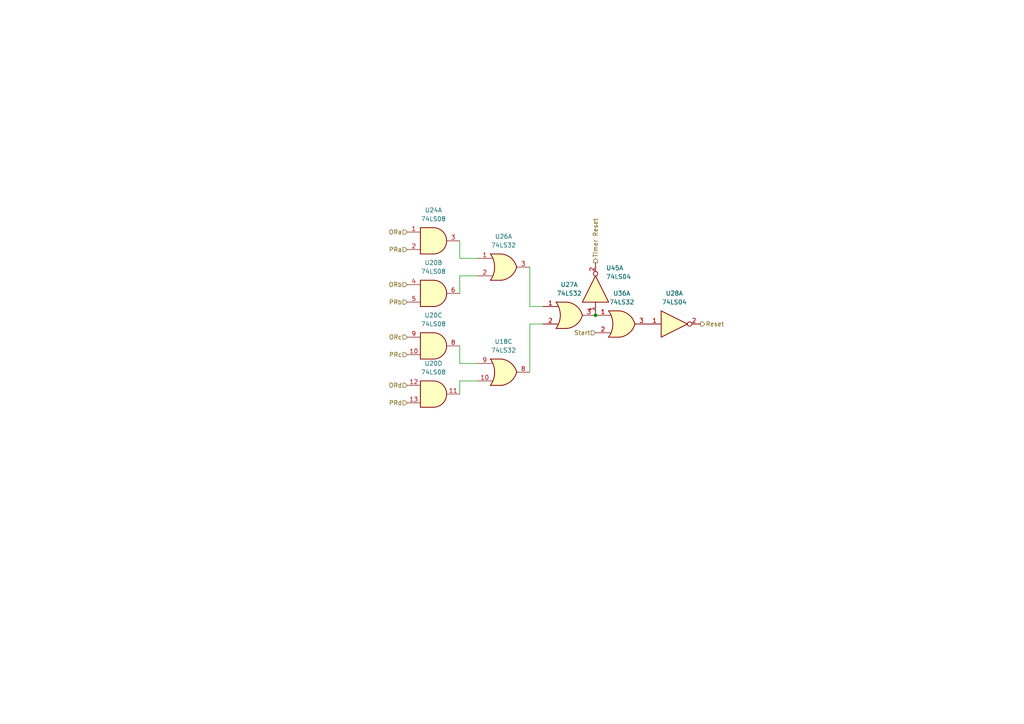
<source format=kicad_sch>
(kicad_sch
	(version 20250114)
	(generator "eeschema")
	(generator_version "9.0")
	(uuid "be20c314-115c-4a77-bfbd-396ea6389192")
	(paper "A4")
	(lib_symbols
		(symbol "74xx:74LS04"
			(exclude_from_sim no)
			(in_bom yes)
			(on_board yes)
			(property "Reference" "U"
				(at 0 1.27 0)
				(effects
					(font
						(size 1.27 1.27)
					)
				)
			)
			(property "Value" "74LS04"
				(at 0 -1.27 0)
				(effects
					(font
						(size 1.27 1.27)
					)
				)
			)
			(property "Footprint" ""
				(at 0 0 0)
				(effects
					(font
						(size 1.27 1.27)
					)
					(hide yes)
				)
			)
			(property "Datasheet" "http://www.ti.com/lit/gpn/sn74LS04"
				(at 0 0 0)
				(effects
					(font
						(size 1.27 1.27)
					)
					(hide yes)
				)
			)
			(property "Description" "Hex Inverter"
				(at 0 0 0)
				(effects
					(font
						(size 1.27 1.27)
					)
					(hide yes)
				)
			)
			(property "ki_locked" ""
				(at 0 0 0)
				(effects
					(font
						(size 1.27 1.27)
					)
				)
			)
			(property "ki_keywords" "TTL not inv"
				(at 0 0 0)
				(effects
					(font
						(size 1.27 1.27)
					)
					(hide yes)
				)
			)
			(property "ki_fp_filters" "DIP*W7.62mm* SSOP?14* TSSOP?14*"
				(at 0 0 0)
				(effects
					(font
						(size 1.27 1.27)
					)
					(hide yes)
				)
			)
			(symbol "74LS04_1_0"
				(polyline
					(pts
						(xy -3.81 3.81) (xy -3.81 -3.81) (xy 3.81 0) (xy -3.81 3.81)
					)
					(stroke
						(width 0.254)
						(type default)
					)
					(fill
						(type background)
					)
				)
				(pin input line
					(at -7.62 0 0)
					(length 3.81)
					(name "~"
						(effects
							(font
								(size 1.27 1.27)
							)
						)
					)
					(number "1"
						(effects
							(font
								(size 1.27 1.27)
							)
						)
					)
				)
				(pin output inverted
					(at 7.62 0 180)
					(length 3.81)
					(name "~"
						(effects
							(font
								(size 1.27 1.27)
							)
						)
					)
					(number "2"
						(effects
							(font
								(size 1.27 1.27)
							)
						)
					)
				)
			)
			(symbol "74LS04_2_0"
				(polyline
					(pts
						(xy -3.81 3.81) (xy -3.81 -3.81) (xy 3.81 0) (xy -3.81 3.81)
					)
					(stroke
						(width 0.254)
						(type default)
					)
					(fill
						(type background)
					)
				)
				(pin input line
					(at -7.62 0 0)
					(length 3.81)
					(name "~"
						(effects
							(font
								(size 1.27 1.27)
							)
						)
					)
					(number "3"
						(effects
							(font
								(size 1.27 1.27)
							)
						)
					)
				)
				(pin output inverted
					(at 7.62 0 180)
					(length 3.81)
					(name "~"
						(effects
							(font
								(size 1.27 1.27)
							)
						)
					)
					(number "4"
						(effects
							(font
								(size 1.27 1.27)
							)
						)
					)
				)
			)
			(symbol "74LS04_3_0"
				(polyline
					(pts
						(xy -3.81 3.81) (xy -3.81 -3.81) (xy 3.81 0) (xy -3.81 3.81)
					)
					(stroke
						(width 0.254)
						(type default)
					)
					(fill
						(type background)
					)
				)
				(pin input line
					(at -7.62 0 0)
					(length 3.81)
					(name "~"
						(effects
							(font
								(size 1.27 1.27)
							)
						)
					)
					(number "5"
						(effects
							(font
								(size 1.27 1.27)
							)
						)
					)
				)
				(pin output inverted
					(at 7.62 0 180)
					(length 3.81)
					(name "~"
						(effects
							(font
								(size 1.27 1.27)
							)
						)
					)
					(number "6"
						(effects
							(font
								(size 1.27 1.27)
							)
						)
					)
				)
			)
			(symbol "74LS04_4_0"
				(polyline
					(pts
						(xy -3.81 3.81) (xy -3.81 -3.81) (xy 3.81 0) (xy -3.81 3.81)
					)
					(stroke
						(width 0.254)
						(type default)
					)
					(fill
						(type background)
					)
				)
				(pin input line
					(at -7.62 0 0)
					(length 3.81)
					(name "~"
						(effects
							(font
								(size 1.27 1.27)
							)
						)
					)
					(number "9"
						(effects
							(font
								(size 1.27 1.27)
							)
						)
					)
				)
				(pin output inverted
					(at 7.62 0 180)
					(length 3.81)
					(name "~"
						(effects
							(font
								(size 1.27 1.27)
							)
						)
					)
					(number "8"
						(effects
							(font
								(size 1.27 1.27)
							)
						)
					)
				)
			)
			(symbol "74LS04_5_0"
				(polyline
					(pts
						(xy -3.81 3.81) (xy -3.81 -3.81) (xy 3.81 0) (xy -3.81 3.81)
					)
					(stroke
						(width 0.254)
						(type default)
					)
					(fill
						(type background)
					)
				)
				(pin input line
					(at -7.62 0 0)
					(length 3.81)
					(name "~"
						(effects
							(font
								(size 1.27 1.27)
							)
						)
					)
					(number "11"
						(effects
							(font
								(size 1.27 1.27)
							)
						)
					)
				)
				(pin output inverted
					(at 7.62 0 180)
					(length 3.81)
					(name "~"
						(effects
							(font
								(size 1.27 1.27)
							)
						)
					)
					(number "10"
						(effects
							(font
								(size 1.27 1.27)
							)
						)
					)
				)
			)
			(symbol "74LS04_6_0"
				(polyline
					(pts
						(xy -3.81 3.81) (xy -3.81 -3.81) (xy 3.81 0) (xy -3.81 3.81)
					)
					(stroke
						(width 0.254)
						(type default)
					)
					(fill
						(type background)
					)
				)
				(pin input line
					(at -7.62 0 0)
					(length 3.81)
					(name "~"
						(effects
							(font
								(size 1.27 1.27)
							)
						)
					)
					(number "13"
						(effects
							(font
								(size 1.27 1.27)
							)
						)
					)
				)
				(pin output inverted
					(at 7.62 0 180)
					(length 3.81)
					(name "~"
						(effects
							(font
								(size 1.27 1.27)
							)
						)
					)
					(number "12"
						(effects
							(font
								(size 1.27 1.27)
							)
						)
					)
				)
			)
			(symbol "74LS04_7_0"
				(pin power_in line
					(at 0 12.7 270)
					(length 5.08)
					(name "VCC"
						(effects
							(font
								(size 1.27 1.27)
							)
						)
					)
					(number "14"
						(effects
							(font
								(size 1.27 1.27)
							)
						)
					)
				)
				(pin power_in line
					(at 0 -12.7 90)
					(length 5.08)
					(name "GND"
						(effects
							(font
								(size 1.27 1.27)
							)
						)
					)
					(number "7"
						(effects
							(font
								(size 1.27 1.27)
							)
						)
					)
				)
			)
			(symbol "74LS04_7_1"
				(rectangle
					(start -5.08 7.62)
					(end 5.08 -7.62)
					(stroke
						(width 0.254)
						(type default)
					)
					(fill
						(type background)
					)
				)
			)
			(embedded_fonts no)
		)
		(symbol "74xx:74LS08"
			(pin_names
				(offset 1.016)
			)
			(exclude_from_sim no)
			(in_bom yes)
			(on_board yes)
			(property "Reference" "U"
				(at 0 1.27 0)
				(effects
					(font
						(size 1.27 1.27)
					)
				)
			)
			(property "Value" "74LS08"
				(at 0 -1.27 0)
				(effects
					(font
						(size 1.27 1.27)
					)
				)
			)
			(property "Footprint" ""
				(at 0 0 0)
				(effects
					(font
						(size 1.27 1.27)
					)
					(hide yes)
				)
			)
			(property "Datasheet" "http://www.ti.com/lit/gpn/sn74LS08"
				(at 0 0 0)
				(effects
					(font
						(size 1.27 1.27)
					)
					(hide yes)
				)
			)
			(property "Description" "Quad And2"
				(at 0 0 0)
				(effects
					(font
						(size 1.27 1.27)
					)
					(hide yes)
				)
			)
			(property "ki_locked" ""
				(at 0 0 0)
				(effects
					(font
						(size 1.27 1.27)
					)
				)
			)
			(property "ki_keywords" "TTL and2"
				(at 0 0 0)
				(effects
					(font
						(size 1.27 1.27)
					)
					(hide yes)
				)
			)
			(property "ki_fp_filters" "DIP*W7.62mm*"
				(at 0 0 0)
				(effects
					(font
						(size 1.27 1.27)
					)
					(hide yes)
				)
			)
			(symbol "74LS08_1_1"
				(arc
					(start 0 3.81)
					(mid 3.7934 0)
					(end 0 -3.81)
					(stroke
						(width 0.254)
						(type default)
					)
					(fill
						(type background)
					)
				)
				(polyline
					(pts
						(xy 0 3.81) (xy -3.81 3.81) (xy -3.81 -3.81) (xy 0 -3.81)
					)
					(stroke
						(width 0.254)
						(type default)
					)
					(fill
						(type background)
					)
				)
				(pin input line
					(at -7.62 2.54 0)
					(length 3.81)
					(name "~"
						(effects
							(font
								(size 1.27 1.27)
							)
						)
					)
					(number "1"
						(effects
							(font
								(size 1.27 1.27)
							)
						)
					)
				)
				(pin input line
					(at -7.62 -2.54 0)
					(length 3.81)
					(name "~"
						(effects
							(font
								(size 1.27 1.27)
							)
						)
					)
					(number "2"
						(effects
							(font
								(size 1.27 1.27)
							)
						)
					)
				)
				(pin output line
					(at 7.62 0 180)
					(length 3.81)
					(name "~"
						(effects
							(font
								(size 1.27 1.27)
							)
						)
					)
					(number "3"
						(effects
							(font
								(size 1.27 1.27)
							)
						)
					)
				)
			)
			(symbol "74LS08_1_2"
				(arc
					(start -3.81 3.81)
					(mid -2.589 0)
					(end -3.81 -3.81)
					(stroke
						(width 0.254)
						(type default)
					)
					(fill
						(type none)
					)
				)
				(polyline
					(pts
						(xy -3.81 3.81) (xy -0.635 3.81)
					)
					(stroke
						(width 0.254)
						(type default)
					)
					(fill
						(type background)
					)
				)
				(polyline
					(pts
						(xy -3.81 -3.81) (xy -0.635 -3.81)
					)
					(stroke
						(width 0.254)
						(type default)
					)
					(fill
						(type background)
					)
				)
				(arc
					(start 3.81 0)
					(mid 2.1855 -2.584)
					(end -0.6096 -3.81)
					(stroke
						(width 0.254)
						(type default)
					)
					(fill
						(type background)
					)
				)
				(arc
					(start -0.6096 3.81)
					(mid 2.1928 2.5924)
					(end 3.81 0)
					(stroke
						(width 0.254)
						(type default)
					)
					(fill
						(type background)
					)
				)
				(polyline
					(pts
						(xy -0.635 3.81) (xy -3.81 3.81) (xy -3.81 3.81) (xy -3.556 3.4036) (xy -3.0226 2.2606) (xy -2.6924 1.0414)
						(xy -2.6162 -0.254) (xy -2.7686 -1.4986) (xy -3.175 -2.7178) (xy -3.81 -3.81) (xy -3.81 -3.81)
						(xy -0.635 -3.81)
					)
					(stroke
						(width -25.4)
						(type default)
					)
					(fill
						(type background)
					)
				)
				(pin input inverted
					(at -7.62 2.54 0)
					(length 4.318)
					(name "~"
						(effects
							(font
								(size 1.27 1.27)
							)
						)
					)
					(number "1"
						(effects
							(font
								(size 1.27 1.27)
							)
						)
					)
				)
				(pin input inverted
					(at -7.62 -2.54 0)
					(length 4.318)
					(name "~"
						(effects
							(font
								(size 1.27 1.27)
							)
						)
					)
					(number "2"
						(effects
							(font
								(size 1.27 1.27)
							)
						)
					)
				)
				(pin output inverted
					(at 7.62 0 180)
					(length 3.81)
					(name "~"
						(effects
							(font
								(size 1.27 1.27)
							)
						)
					)
					(number "3"
						(effects
							(font
								(size 1.27 1.27)
							)
						)
					)
				)
			)
			(symbol "74LS08_2_1"
				(arc
					(start 0 3.81)
					(mid 3.7934 0)
					(end 0 -3.81)
					(stroke
						(width 0.254)
						(type default)
					)
					(fill
						(type background)
					)
				)
				(polyline
					(pts
						(xy 0 3.81) (xy -3.81 3.81) (xy -3.81 -3.81) (xy 0 -3.81)
					)
					(stroke
						(width 0.254)
						(type default)
					)
					(fill
						(type background)
					)
				)
				(pin input line
					(at -7.62 2.54 0)
					(length 3.81)
					(name "~"
						(effects
							(font
								(size 1.27 1.27)
							)
						)
					)
					(number "4"
						(effects
							(font
								(size 1.27 1.27)
							)
						)
					)
				)
				(pin input line
					(at -7.62 -2.54 0)
					(length 3.81)
					(name "~"
						(effects
							(font
								(size 1.27 1.27)
							)
						)
					)
					(number "5"
						(effects
							(font
								(size 1.27 1.27)
							)
						)
					)
				)
				(pin output line
					(at 7.62 0 180)
					(length 3.81)
					(name "~"
						(effects
							(font
								(size 1.27 1.27)
							)
						)
					)
					(number "6"
						(effects
							(font
								(size 1.27 1.27)
							)
						)
					)
				)
			)
			(symbol "74LS08_2_2"
				(arc
					(start -3.81 3.81)
					(mid -2.589 0)
					(end -3.81 -3.81)
					(stroke
						(width 0.254)
						(type default)
					)
					(fill
						(type none)
					)
				)
				(polyline
					(pts
						(xy -3.81 3.81) (xy -0.635 3.81)
					)
					(stroke
						(width 0.254)
						(type default)
					)
					(fill
						(type background)
					)
				)
				(polyline
					(pts
						(xy -3.81 -3.81) (xy -0.635 -3.81)
					)
					(stroke
						(width 0.254)
						(type default)
					)
					(fill
						(type background)
					)
				)
				(arc
					(start 3.81 0)
					(mid 2.1855 -2.584)
					(end -0.6096 -3.81)
					(stroke
						(width 0.254)
						(type default)
					)
					(fill
						(type background)
					)
				)
				(arc
					(start -0.6096 3.81)
					(mid 2.1928 2.5924)
					(end 3.81 0)
					(stroke
						(width 0.254)
						(type default)
					)
					(fill
						(type background)
					)
				)
				(polyline
					(pts
						(xy -0.635 3.81) (xy -3.81 3.81) (xy -3.81 3.81) (xy -3.556 3.4036) (xy -3.0226 2.2606) (xy -2.6924 1.0414)
						(xy -2.6162 -0.254) (xy -2.7686 -1.4986) (xy -3.175 -2.7178) (xy -3.81 -3.81) (xy -3.81 -3.81)
						(xy -0.635 -3.81)
					)
					(stroke
						(width -25.4)
						(type default)
					)
					(fill
						(type background)
					)
				)
				(pin input inverted
					(at -7.62 2.54 0)
					(length 4.318)
					(name "~"
						(effects
							(font
								(size 1.27 1.27)
							)
						)
					)
					(number "4"
						(effects
							(font
								(size 1.27 1.27)
							)
						)
					)
				)
				(pin input inverted
					(at -7.62 -2.54 0)
					(length 4.318)
					(name "~"
						(effects
							(font
								(size 1.27 1.27)
							)
						)
					)
					(number "5"
						(effects
							(font
								(size 1.27 1.27)
							)
						)
					)
				)
				(pin output inverted
					(at 7.62 0 180)
					(length 3.81)
					(name "~"
						(effects
							(font
								(size 1.27 1.27)
							)
						)
					)
					(number "6"
						(effects
							(font
								(size 1.27 1.27)
							)
						)
					)
				)
			)
			(symbol "74LS08_3_1"
				(arc
					(start 0 3.81)
					(mid 3.7934 0)
					(end 0 -3.81)
					(stroke
						(width 0.254)
						(type default)
					)
					(fill
						(type background)
					)
				)
				(polyline
					(pts
						(xy 0 3.81) (xy -3.81 3.81) (xy -3.81 -3.81) (xy 0 -3.81)
					)
					(stroke
						(width 0.254)
						(type default)
					)
					(fill
						(type background)
					)
				)
				(pin input line
					(at -7.62 2.54 0)
					(length 3.81)
					(name "~"
						(effects
							(font
								(size 1.27 1.27)
							)
						)
					)
					(number "9"
						(effects
							(font
								(size 1.27 1.27)
							)
						)
					)
				)
				(pin input line
					(at -7.62 -2.54 0)
					(length 3.81)
					(name "~"
						(effects
							(font
								(size 1.27 1.27)
							)
						)
					)
					(number "10"
						(effects
							(font
								(size 1.27 1.27)
							)
						)
					)
				)
				(pin output line
					(at 7.62 0 180)
					(length 3.81)
					(name "~"
						(effects
							(font
								(size 1.27 1.27)
							)
						)
					)
					(number "8"
						(effects
							(font
								(size 1.27 1.27)
							)
						)
					)
				)
			)
			(symbol "74LS08_3_2"
				(arc
					(start -3.81 3.81)
					(mid -2.589 0)
					(end -3.81 -3.81)
					(stroke
						(width 0.254)
						(type default)
					)
					(fill
						(type none)
					)
				)
				(polyline
					(pts
						(xy -3.81 3.81) (xy -0.635 3.81)
					)
					(stroke
						(width 0.254)
						(type default)
					)
					(fill
						(type background)
					)
				)
				(polyline
					(pts
						(xy -3.81 -3.81) (xy -0.635 -3.81)
					)
					(stroke
						(width 0.254)
						(type default)
					)
					(fill
						(type background)
					)
				)
				(arc
					(start 3.81 0)
					(mid 2.1855 -2.584)
					(end -0.6096 -3.81)
					(stroke
						(width 0.254)
						(type default)
					)
					(fill
						(type background)
					)
				)
				(arc
					(start -0.6096 3.81)
					(mid 2.1928 2.5924)
					(end 3.81 0)
					(stroke
						(width 0.254)
						(type default)
					)
					(fill
						(type background)
					)
				)
				(polyline
					(pts
						(xy -0.635 3.81) (xy -3.81 3.81) (xy -3.81 3.81) (xy -3.556 3.4036) (xy -3.0226 2.2606) (xy -2.6924 1.0414)
						(xy -2.6162 -0.254) (xy -2.7686 -1.4986) (xy -3.175 -2.7178) (xy -3.81 -3.81) (xy -3.81 -3.81)
						(xy -0.635 -3.81)
					)
					(stroke
						(width -25.4)
						(type default)
					)
					(fill
						(type background)
					)
				)
				(pin input inverted
					(at -7.62 2.54 0)
					(length 4.318)
					(name "~"
						(effects
							(font
								(size 1.27 1.27)
							)
						)
					)
					(number "9"
						(effects
							(font
								(size 1.27 1.27)
							)
						)
					)
				)
				(pin input inverted
					(at -7.62 -2.54 0)
					(length 4.318)
					(name "~"
						(effects
							(font
								(size 1.27 1.27)
							)
						)
					)
					(number "10"
						(effects
							(font
								(size 1.27 1.27)
							)
						)
					)
				)
				(pin output inverted
					(at 7.62 0 180)
					(length 3.81)
					(name "~"
						(effects
							(font
								(size 1.27 1.27)
							)
						)
					)
					(number "8"
						(effects
							(font
								(size 1.27 1.27)
							)
						)
					)
				)
			)
			(symbol "74LS08_4_1"
				(arc
					(start 0 3.81)
					(mid 3.7934 0)
					(end 0 -3.81)
					(stroke
						(width 0.254)
						(type default)
					)
					(fill
						(type background)
					)
				)
				(polyline
					(pts
						(xy 0 3.81) (xy -3.81 3.81) (xy -3.81 -3.81) (xy 0 -3.81)
					)
					(stroke
						(width 0.254)
						(type default)
					)
					(fill
						(type background)
					)
				)
				(pin input line
					(at -7.62 2.54 0)
					(length 3.81)
					(name "~"
						(effects
							(font
								(size 1.27 1.27)
							)
						)
					)
					(number "12"
						(effects
							(font
								(size 1.27 1.27)
							)
						)
					)
				)
				(pin input line
					(at -7.62 -2.54 0)
					(length 3.81)
					(name "~"
						(effects
							(font
								(size 1.27 1.27)
							)
						)
					)
					(number "13"
						(effects
							(font
								(size 1.27 1.27)
							)
						)
					)
				)
				(pin output line
					(at 7.62 0 180)
					(length 3.81)
					(name "~"
						(effects
							(font
								(size 1.27 1.27)
							)
						)
					)
					(number "11"
						(effects
							(font
								(size 1.27 1.27)
							)
						)
					)
				)
			)
			(symbol "74LS08_4_2"
				(arc
					(start -3.81 3.81)
					(mid -2.589 0)
					(end -3.81 -3.81)
					(stroke
						(width 0.254)
						(type default)
					)
					(fill
						(type none)
					)
				)
				(polyline
					(pts
						(xy -3.81 3.81) (xy -0.635 3.81)
					)
					(stroke
						(width 0.254)
						(type default)
					)
					(fill
						(type background)
					)
				)
				(polyline
					(pts
						(xy -3.81 -3.81) (xy -0.635 -3.81)
					)
					(stroke
						(width 0.254)
						(type default)
					)
					(fill
						(type background)
					)
				)
				(arc
					(start 3.81 0)
					(mid 2.1855 -2.584)
					(end -0.6096 -3.81)
					(stroke
						(width 0.254)
						(type default)
					)
					(fill
						(type background)
					)
				)
				(arc
					(start -0.6096 3.81)
					(mid 2.1928 2.5924)
					(end 3.81 0)
					(stroke
						(width 0.254)
						(type default)
					)
					(fill
						(type background)
					)
				)
				(polyline
					(pts
						(xy -0.635 3.81) (xy -3.81 3.81) (xy -3.81 3.81) (xy -3.556 3.4036) (xy -3.0226 2.2606) (xy -2.6924 1.0414)
						(xy -2.6162 -0.254) (xy -2.7686 -1.4986) (xy -3.175 -2.7178) (xy -3.81 -3.81) (xy -3.81 -3.81)
						(xy -0.635 -3.81)
					)
					(stroke
						(width -25.4)
						(type default)
					)
					(fill
						(type background)
					)
				)
				(pin input inverted
					(at -7.62 2.54 0)
					(length 4.318)
					(name "~"
						(effects
							(font
								(size 1.27 1.27)
							)
						)
					)
					(number "12"
						(effects
							(font
								(size 1.27 1.27)
							)
						)
					)
				)
				(pin input inverted
					(at -7.62 -2.54 0)
					(length 4.318)
					(name "~"
						(effects
							(font
								(size 1.27 1.27)
							)
						)
					)
					(number "13"
						(effects
							(font
								(size 1.27 1.27)
							)
						)
					)
				)
				(pin output inverted
					(at 7.62 0 180)
					(length 3.81)
					(name "~"
						(effects
							(font
								(size 1.27 1.27)
							)
						)
					)
					(number "11"
						(effects
							(font
								(size 1.27 1.27)
							)
						)
					)
				)
			)
			(symbol "74LS08_5_0"
				(pin power_in line
					(at 0 12.7 270)
					(length 5.08)
					(name "VCC"
						(effects
							(font
								(size 1.27 1.27)
							)
						)
					)
					(number "14"
						(effects
							(font
								(size 1.27 1.27)
							)
						)
					)
				)
				(pin power_in line
					(at 0 -12.7 90)
					(length 5.08)
					(name "GND"
						(effects
							(font
								(size 1.27 1.27)
							)
						)
					)
					(number "7"
						(effects
							(font
								(size 1.27 1.27)
							)
						)
					)
				)
			)
			(symbol "74LS08_5_1"
				(rectangle
					(start -5.08 7.62)
					(end 5.08 -7.62)
					(stroke
						(width 0.254)
						(type default)
					)
					(fill
						(type background)
					)
				)
			)
			(embedded_fonts no)
		)
		(symbol "74xx:74LS32"
			(pin_names
				(offset 1.016)
			)
			(exclude_from_sim no)
			(in_bom yes)
			(on_board yes)
			(property "Reference" "U"
				(at 0 1.27 0)
				(effects
					(font
						(size 1.27 1.27)
					)
				)
			)
			(property "Value" "74LS32"
				(at 0 -1.27 0)
				(effects
					(font
						(size 1.27 1.27)
					)
				)
			)
			(property "Footprint" ""
				(at 0 0 0)
				(effects
					(font
						(size 1.27 1.27)
					)
					(hide yes)
				)
			)
			(property "Datasheet" "http://www.ti.com/lit/gpn/sn74LS32"
				(at 0 0 0)
				(effects
					(font
						(size 1.27 1.27)
					)
					(hide yes)
				)
			)
			(property "Description" "Quad 2-input OR"
				(at 0 0 0)
				(effects
					(font
						(size 1.27 1.27)
					)
					(hide yes)
				)
			)
			(property "ki_locked" ""
				(at 0 0 0)
				(effects
					(font
						(size 1.27 1.27)
					)
				)
			)
			(property "ki_keywords" "TTL Or2"
				(at 0 0 0)
				(effects
					(font
						(size 1.27 1.27)
					)
					(hide yes)
				)
			)
			(property "ki_fp_filters" "DIP?14*"
				(at 0 0 0)
				(effects
					(font
						(size 1.27 1.27)
					)
					(hide yes)
				)
			)
			(symbol "74LS32_1_1"
				(arc
					(start -3.81 3.81)
					(mid -2.589 0)
					(end -3.81 -3.81)
					(stroke
						(width 0.254)
						(type default)
					)
					(fill
						(type none)
					)
				)
				(polyline
					(pts
						(xy -3.81 3.81) (xy -0.635 3.81)
					)
					(stroke
						(width 0.254)
						(type default)
					)
					(fill
						(type background)
					)
				)
				(polyline
					(pts
						(xy -3.81 -3.81) (xy -0.635 -3.81)
					)
					(stroke
						(width 0.254)
						(type default)
					)
					(fill
						(type background)
					)
				)
				(arc
					(start 3.81 0)
					(mid 2.1855 -2.584)
					(end -0.6096 -3.81)
					(stroke
						(width 0.254)
						(type default)
					)
					(fill
						(type background)
					)
				)
				(arc
					(start -0.6096 3.81)
					(mid 2.1928 2.5924)
					(end 3.81 0)
					(stroke
						(width 0.254)
						(type default)
					)
					(fill
						(type background)
					)
				)
				(polyline
					(pts
						(xy -0.635 3.81) (xy -3.81 3.81) (xy -3.81 3.81) (xy -3.556 3.4036) (xy -3.0226 2.2606) (xy -2.6924 1.0414)
						(xy -2.6162 -0.254) (xy -2.7686 -1.4986) (xy -3.175 -2.7178) (xy -3.81 -3.81) (xy -3.81 -3.81)
						(xy -0.635 -3.81)
					)
					(stroke
						(width -25.4)
						(type default)
					)
					(fill
						(type background)
					)
				)
				(pin input line
					(at -7.62 2.54 0)
					(length 4.318)
					(name "~"
						(effects
							(font
								(size 1.27 1.27)
							)
						)
					)
					(number "1"
						(effects
							(font
								(size 1.27 1.27)
							)
						)
					)
				)
				(pin input line
					(at -7.62 -2.54 0)
					(length 4.318)
					(name "~"
						(effects
							(font
								(size 1.27 1.27)
							)
						)
					)
					(number "2"
						(effects
							(font
								(size 1.27 1.27)
							)
						)
					)
				)
				(pin output line
					(at 7.62 0 180)
					(length 3.81)
					(name "~"
						(effects
							(font
								(size 1.27 1.27)
							)
						)
					)
					(number "3"
						(effects
							(font
								(size 1.27 1.27)
							)
						)
					)
				)
			)
			(symbol "74LS32_1_2"
				(arc
					(start 0 3.81)
					(mid 3.7934 0)
					(end 0 -3.81)
					(stroke
						(width 0.254)
						(type default)
					)
					(fill
						(type background)
					)
				)
				(polyline
					(pts
						(xy 0 3.81) (xy -3.81 3.81) (xy -3.81 -3.81) (xy 0 -3.81)
					)
					(stroke
						(width 0.254)
						(type default)
					)
					(fill
						(type background)
					)
				)
				(pin input inverted
					(at -7.62 2.54 0)
					(length 3.81)
					(name "~"
						(effects
							(font
								(size 1.27 1.27)
							)
						)
					)
					(number "1"
						(effects
							(font
								(size 1.27 1.27)
							)
						)
					)
				)
				(pin input inverted
					(at -7.62 -2.54 0)
					(length 3.81)
					(name "~"
						(effects
							(font
								(size 1.27 1.27)
							)
						)
					)
					(number "2"
						(effects
							(font
								(size 1.27 1.27)
							)
						)
					)
				)
				(pin output inverted
					(at 7.62 0 180)
					(length 3.81)
					(name "~"
						(effects
							(font
								(size 1.27 1.27)
							)
						)
					)
					(number "3"
						(effects
							(font
								(size 1.27 1.27)
							)
						)
					)
				)
			)
			(symbol "74LS32_2_1"
				(arc
					(start -3.81 3.81)
					(mid -2.589 0)
					(end -3.81 -3.81)
					(stroke
						(width 0.254)
						(type default)
					)
					(fill
						(type none)
					)
				)
				(polyline
					(pts
						(xy -3.81 3.81) (xy -0.635 3.81)
					)
					(stroke
						(width 0.254)
						(type default)
					)
					(fill
						(type background)
					)
				)
				(polyline
					(pts
						(xy -3.81 -3.81) (xy -0.635 -3.81)
					)
					(stroke
						(width 0.254)
						(type default)
					)
					(fill
						(type background)
					)
				)
				(arc
					(start 3.81 0)
					(mid 2.1855 -2.584)
					(end -0.6096 -3.81)
					(stroke
						(width 0.254)
						(type default)
					)
					(fill
						(type background)
					)
				)
				(arc
					(start -0.6096 3.81)
					(mid 2.1928 2.5924)
					(end 3.81 0)
					(stroke
						(width 0.254)
						(type default)
					)
					(fill
						(type background)
					)
				)
				(polyline
					(pts
						(xy -0.635 3.81) (xy -3.81 3.81) (xy -3.81 3.81) (xy -3.556 3.4036) (xy -3.0226 2.2606) (xy -2.6924 1.0414)
						(xy -2.6162 -0.254) (xy -2.7686 -1.4986) (xy -3.175 -2.7178) (xy -3.81 -3.81) (xy -3.81 -3.81)
						(xy -0.635 -3.81)
					)
					(stroke
						(width -25.4)
						(type default)
					)
					(fill
						(type background)
					)
				)
				(pin input line
					(at -7.62 2.54 0)
					(length 4.318)
					(name "~"
						(effects
							(font
								(size 1.27 1.27)
							)
						)
					)
					(number "4"
						(effects
							(font
								(size 1.27 1.27)
							)
						)
					)
				)
				(pin input line
					(at -7.62 -2.54 0)
					(length 4.318)
					(name "~"
						(effects
							(font
								(size 1.27 1.27)
							)
						)
					)
					(number "5"
						(effects
							(font
								(size 1.27 1.27)
							)
						)
					)
				)
				(pin output line
					(at 7.62 0 180)
					(length 3.81)
					(name "~"
						(effects
							(font
								(size 1.27 1.27)
							)
						)
					)
					(number "6"
						(effects
							(font
								(size 1.27 1.27)
							)
						)
					)
				)
			)
			(symbol "74LS32_2_2"
				(arc
					(start 0 3.81)
					(mid 3.7934 0)
					(end 0 -3.81)
					(stroke
						(width 0.254)
						(type default)
					)
					(fill
						(type background)
					)
				)
				(polyline
					(pts
						(xy 0 3.81) (xy -3.81 3.81) (xy -3.81 -3.81) (xy 0 -3.81)
					)
					(stroke
						(width 0.254)
						(type default)
					)
					(fill
						(type background)
					)
				)
				(pin input inverted
					(at -7.62 2.54 0)
					(length 3.81)
					(name "~"
						(effects
							(font
								(size 1.27 1.27)
							)
						)
					)
					(number "4"
						(effects
							(font
								(size 1.27 1.27)
							)
						)
					)
				)
				(pin input inverted
					(at -7.62 -2.54 0)
					(length 3.81)
					(name "~"
						(effects
							(font
								(size 1.27 1.27)
							)
						)
					)
					(number "5"
						(effects
							(font
								(size 1.27 1.27)
							)
						)
					)
				)
				(pin output inverted
					(at 7.62 0 180)
					(length 3.81)
					(name "~"
						(effects
							(font
								(size 1.27 1.27)
							)
						)
					)
					(number "6"
						(effects
							(font
								(size 1.27 1.27)
							)
						)
					)
				)
			)
			(symbol "74LS32_3_1"
				(arc
					(start -3.81 3.81)
					(mid -2.589 0)
					(end -3.81 -3.81)
					(stroke
						(width 0.254)
						(type default)
					)
					(fill
						(type none)
					)
				)
				(polyline
					(pts
						(xy -3.81 3.81) (xy -0.635 3.81)
					)
					(stroke
						(width 0.254)
						(type default)
					)
					(fill
						(type background)
					)
				)
				(polyline
					(pts
						(xy -3.81 -3.81) (xy -0.635 -3.81)
					)
					(stroke
						(width 0.254)
						(type default)
					)
					(fill
						(type background)
					)
				)
				(arc
					(start 3.81 0)
					(mid 2.1855 -2.584)
					(end -0.6096 -3.81)
					(stroke
						(width 0.254)
						(type default)
					)
					(fill
						(type background)
					)
				)
				(arc
					(start -0.6096 3.81)
					(mid 2.1928 2.5924)
					(end 3.81 0)
					(stroke
						(width 0.254)
						(type default)
					)
					(fill
						(type background)
					)
				)
				(polyline
					(pts
						(xy -0.635 3.81) (xy -3.81 3.81) (xy -3.81 3.81) (xy -3.556 3.4036) (xy -3.0226 2.2606) (xy -2.6924 1.0414)
						(xy -2.6162 -0.254) (xy -2.7686 -1.4986) (xy -3.175 -2.7178) (xy -3.81 -3.81) (xy -3.81 -3.81)
						(xy -0.635 -3.81)
					)
					(stroke
						(width -25.4)
						(type default)
					)
					(fill
						(type background)
					)
				)
				(pin input line
					(at -7.62 2.54 0)
					(length 4.318)
					(name "~"
						(effects
							(font
								(size 1.27 1.27)
							)
						)
					)
					(number "9"
						(effects
							(font
								(size 1.27 1.27)
							)
						)
					)
				)
				(pin input line
					(at -7.62 -2.54 0)
					(length 4.318)
					(name "~"
						(effects
							(font
								(size 1.27 1.27)
							)
						)
					)
					(number "10"
						(effects
							(font
								(size 1.27 1.27)
							)
						)
					)
				)
				(pin output line
					(at 7.62 0 180)
					(length 3.81)
					(name "~"
						(effects
							(font
								(size 1.27 1.27)
							)
						)
					)
					(number "8"
						(effects
							(font
								(size 1.27 1.27)
							)
						)
					)
				)
			)
			(symbol "74LS32_3_2"
				(arc
					(start 0 3.81)
					(mid 3.7934 0)
					(end 0 -3.81)
					(stroke
						(width 0.254)
						(type default)
					)
					(fill
						(type background)
					)
				)
				(polyline
					(pts
						(xy 0 3.81) (xy -3.81 3.81) (xy -3.81 -3.81) (xy 0 -3.81)
					)
					(stroke
						(width 0.254)
						(type default)
					)
					(fill
						(type background)
					)
				)
				(pin input inverted
					(at -7.62 2.54 0)
					(length 3.81)
					(name "~"
						(effects
							(font
								(size 1.27 1.27)
							)
						)
					)
					(number "9"
						(effects
							(font
								(size 1.27 1.27)
							)
						)
					)
				)
				(pin input inverted
					(at -7.62 -2.54 0)
					(length 3.81)
					(name "~"
						(effects
							(font
								(size 1.27 1.27)
							)
						)
					)
					(number "10"
						(effects
							(font
								(size 1.27 1.27)
							)
						)
					)
				)
				(pin output inverted
					(at 7.62 0 180)
					(length 3.81)
					(name "~"
						(effects
							(font
								(size 1.27 1.27)
							)
						)
					)
					(number "8"
						(effects
							(font
								(size 1.27 1.27)
							)
						)
					)
				)
			)
			(symbol "74LS32_4_1"
				(arc
					(start -3.81 3.81)
					(mid -2.589 0)
					(end -3.81 -3.81)
					(stroke
						(width 0.254)
						(type default)
					)
					(fill
						(type none)
					)
				)
				(polyline
					(pts
						(xy -3.81 3.81) (xy -0.635 3.81)
					)
					(stroke
						(width 0.254)
						(type default)
					)
					(fill
						(type background)
					)
				)
				(polyline
					(pts
						(xy -3.81 -3.81) (xy -0.635 -3.81)
					)
					(stroke
						(width 0.254)
						(type default)
					)
					(fill
						(type background)
					)
				)
				(arc
					(start 3.81 0)
					(mid 2.1855 -2.584)
					(end -0.6096 -3.81)
					(stroke
						(width 0.254)
						(type default)
					)
					(fill
						(type background)
					)
				)
				(arc
					(start -0.6096 3.81)
					(mid 2.1928 2.5924)
					(end 3.81 0)
					(stroke
						(width 0.254)
						(type default)
					)
					(fill
						(type background)
					)
				)
				(polyline
					(pts
						(xy -0.635 3.81) (xy -3.81 3.81) (xy -3.81 3.81) (xy -3.556 3.4036) (xy -3.0226 2.2606) (xy -2.6924 1.0414)
						(xy -2.6162 -0.254) (xy -2.7686 -1.4986) (xy -3.175 -2.7178) (xy -3.81 -3.81) (xy -3.81 -3.81)
						(xy -0.635 -3.81)
					)
					(stroke
						(width -25.4)
						(type default)
					)
					(fill
						(type background)
					)
				)
				(pin input line
					(at -7.62 2.54 0)
					(length 4.318)
					(name "~"
						(effects
							(font
								(size 1.27 1.27)
							)
						)
					)
					(number "12"
						(effects
							(font
								(size 1.27 1.27)
							)
						)
					)
				)
				(pin input line
					(at -7.62 -2.54 0)
					(length 4.318)
					(name "~"
						(effects
							(font
								(size 1.27 1.27)
							)
						)
					)
					(number "13"
						(effects
							(font
								(size 1.27 1.27)
							)
						)
					)
				)
				(pin output line
					(at 7.62 0 180)
					(length 3.81)
					(name "~"
						(effects
							(font
								(size 1.27 1.27)
							)
						)
					)
					(number "11"
						(effects
							(font
								(size 1.27 1.27)
							)
						)
					)
				)
			)
			(symbol "74LS32_4_2"
				(arc
					(start 0 3.81)
					(mid 3.7934 0)
					(end 0 -3.81)
					(stroke
						(width 0.254)
						(type default)
					)
					(fill
						(type background)
					)
				)
				(polyline
					(pts
						(xy 0 3.81) (xy -3.81 3.81) (xy -3.81 -3.81) (xy 0 -3.81)
					)
					(stroke
						(width 0.254)
						(type default)
					)
					(fill
						(type background)
					)
				)
				(pin input inverted
					(at -7.62 2.54 0)
					(length 3.81)
					(name "~"
						(effects
							(font
								(size 1.27 1.27)
							)
						)
					)
					(number "12"
						(effects
							(font
								(size 1.27 1.27)
							)
						)
					)
				)
				(pin input inverted
					(at -7.62 -2.54 0)
					(length 3.81)
					(name "~"
						(effects
							(font
								(size 1.27 1.27)
							)
						)
					)
					(number "13"
						(effects
							(font
								(size 1.27 1.27)
							)
						)
					)
				)
				(pin output inverted
					(at 7.62 0 180)
					(length 3.81)
					(name "~"
						(effects
							(font
								(size 1.27 1.27)
							)
						)
					)
					(number "11"
						(effects
							(font
								(size 1.27 1.27)
							)
						)
					)
				)
			)
			(symbol "74LS32_5_0"
				(pin power_in line
					(at 0 12.7 270)
					(length 5.08)
					(name "VCC"
						(effects
							(font
								(size 1.27 1.27)
							)
						)
					)
					(number "14"
						(effects
							(font
								(size 1.27 1.27)
							)
						)
					)
				)
				(pin power_in line
					(at 0 -12.7 90)
					(length 5.08)
					(name "GND"
						(effects
							(font
								(size 1.27 1.27)
							)
						)
					)
					(number "7"
						(effects
							(font
								(size 1.27 1.27)
							)
						)
					)
				)
			)
			(symbol "74LS32_5_1"
				(rectangle
					(start -5.08 7.62)
					(end 5.08 -7.62)
					(stroke
						(width 0.254)
						(type default)
					)
					(fill
						(type background)
					)
				)
			)
			(embedded_fonts no)
		)
	)
	(junction
		(at 172.72 91.44)
		(diameter 0)
		(color 0 0 0 0)
		(uuid "25818e35-05d8-4bfb-859c-c1608c6dee8c")
	)
	(wire
		(pts
			(xy 133.35 69.85) (xy 133.35 74.93)
		)
		(stroke
			(width 0)
			(type default)
		)
		(uuid "094620be-ab84-4508-a4a2-dad335dbc203")
	)
	(wire
		(pts
			(xy 153.67 93.98) (xy 157.48 93.98)
		)
		(stroke
			(width 0)
			(type default)
		)
		(uuid "5561b425-2801-402d-b2ca-24f177d14344")
	)
	(wire
		(pts
			(xy 153.67 88.9) (xy 157.48 88.9)
		)
		(stroke
			(width 0)
			(type default)
		)
		(uuid "5fe1c458-2abb-41d1-a35d-eb9bcd9b6b12")
	)
	(wire
		(pts
			(xy 133.35 100.33) (xy 133.35 105.41)
		)
		(stroke
			(width 0)
			(type default)
		)
		(uuid "652ec403-8c60-48d6-8d9f-d435bf88c357")
	)
	(wire
		(pts
			(xy 133.35 80.01) (xy 138.43 80.01)
		)
		(stroke
			(width 0)
			(type default)
		)
		(uuid "699b5b59-a988-45fe-9b08-bbefb367d7e5")
	)
	(wire
		(pts
			(xy 133.35 110.49) (xy 138.43 110.49)
		)
		(stroke
			(width 0)
			(type default)
		)
		(uuid "8b4cd9bc-1422-4744-b2f4-0189593635d9")
	)
	(wire
		(pts
			(xy 133.35 114.3) (xy 133.35 110.49)
		)
		(stroke
			(width 0)
			(type default)
		)
		(uuid "a2d3ceb0-d7fb-4303-b1e9-f2166c95e0f0")
	)
	(wire
		(pts
			(xy 153.67 77.47) (xy 153.67 88.9)
		)
		(stroke
			(width 0)
			(type default)
		)
		(uuid "bd6ab11f-4863-48b5-961b-9d88ab20bcb0")
	)
	(wire
		(pts
			(xy 133.35 105.41) (xy 138.43 105.41)
		)
		(stroke
			(width 0)
			(type default)
		)
		(uuid "c280ec86-e4ec-4c4c-8a3b-a55357f50c2e")
	)
	(wire
		(pts
			(xy 153.67 107.95) (xy 153.67 93.98)
		)
		(stroke
			(width 0)
			(type default)
		)
		(uuid "d1cc14ee-9fdc-48c6-89ce-ee1519781073")
	)
	(wire
		(pts
			(xy 133.35 74.93) (xy 138.43 74.93)
		)
		(stroke
			(width 0)
			(type default)
		)
		(uuid "da251982-ffac-41b4-8b9f-949e94fd7135")
	)
	(wire
		(pts
			(xy 133.35 85.09) (xy 133.35 80.01)
		)
		(stroke
			(width 0)
			(type default)
		)
		(uuid "e884db35-1d0b-47fd-a4f0-d1aef71dc192")
	)
	(hierarchical_label "ORc"
		(shape input)
		(at 118.11 97.79 180)
		(effects
			(font
				(size 1.27 1.27)
			)
			(justify right)
		)
		(uuid "2079655d-c523-45e3-9de9-8b83fc70e54a")
	)
	(hierarchical_label "Start"
		(shape input)
		(at 172.72 96.52 180)
		(effects
			(font
				(size 1.27 1.27)
			)
			(justify right)
		)
		(uuid "2cb88bf2-81c3-447d-ae4b-de3d334b66ba")
	)
	(hierarchical_label "ORd"
		(shape input)
		(at 118.11 111.76 180)
		(effects
			(font
				(size 1.27 1.27)
			)
			(justify right)
		)
		(uuid "431cee3b-e349-4223-9a1c-0f95f867c5fd")
	)
	(hierarchical_label "Reset"
		(shape output)
		(at 203.2 93.98 0)
		(effects
			(font
				(size 1.27 1.27)
			)
			(justify left)
		)
		(uuid "5c3f9d45-e7a9-4fad-9c96-509850b7d0a7")
	)
	(hierarchical_label "PRb"
		(shape input)
		(at 118.11 87.63 180)
		(effects
			(font
				(size 1.27 1.27)
			)
			(justify right)
		)
		(uuid "5d7c7d89-ba91-4d53-bd65-44cf7628d0d6")
	)
	(hierarchical_label "ORb"
		(shape input)
		(at 118.11 82.55 180)
		(effects
			(font
				(size 1.27 1.27)
			)
			(justify right)
		)
		(uuid "68e45bef-2567-47d9-8c44-8fb1096aa544")
	)
	(hierarchical_label "PRa"
		(shape input)
		(at 118.11 72.39 180)
		(effects
			(font
				(size 1.27 1.27)
			)
			(justify right)
		)
		(uuid "6d13f500-2757-49fb-b4a7-1f0cde9e3986")
	)
	(hierarchical_label "Timer Reset"
		(shape output)
		(at 172.72 76.2 90)
		(effects
			(font
				(size 1.27 1.27)
			)
			(justify left)
		)
		(uuid "7d5c8935-36c0-4473-b58e-c5e101aadb2d")
	)
	(hierarchical_label "PRc"
		(shape input)
		(at 118.11 102.87 180)
		(effects
			(font
				(size 1.27 1.27)
			)
			(justify right)
		)
		(uuid "a0a0a3cd-f96f-4942-b322-fbc52a8cc4d5")
	)
	(hierarchical_label "PRd"
		(shape input)
		(at 118.11 116.84 180)
		(effects
			(font
				(size 1.27 1.27)
			)
			(justify right)
		)
		(uuid "b2b128cd-4d1c-4af8-b9be-2d29a0087f29")
	)
	(hierarchical_label "ORa"
		(shape input)
		(at 118.11 67.31 180)
		(effects
			(font
				(size 1.27 1.27)
			)
			(justify right)
		)
		(uuid "d507204b-50d1-487f-88ad-d7b80beaee3d")
	)
	(symbol
		(lib_id "74xx:74LS04")
		(at 195.58 93.98 0)
		(unit 1)
		(exclude_from_sim no)
		(in_bom yes)
		(on_board yes)
		(dnp no)
		(fields_autoplaced yes)
		(uuid "27f94b9b-1220-4e8d-a731-69c6a8c6eb81")
		(property "Reference" "U28"
			(at 195.58 85.09 0)
			(effects
				(font
					(size 1.27 1.27)
				)
			)
		)
		(property "Value" "74LS04"
			(at 195.58 87.63 0)
			(effects
				(font
					(size 1.27 1.27)
				)
			)
		)
		(property "Footprint" ""
			(at 195.58 93.98 0)
			(effects
				(font
					(size 1.27 1.27)
				)
				(hide yes)
			)
		)
		(property "Datasheet" "http://www.ti.com/lit/gpn/sn74LS04"
			(at 195.58 93.98 0)
			(effects
				(font
					(size 1.27 1.27)
				)
				(hide yes)
			)
		)
		(property "Description" "Hex Inverter"
			(at 195.58 93.98 0)
			(effects
				(font
					(size 1.27 1.27)
				)
				(hide yes)
			)
		)
		(pin "1"
			(uuid "3e2ed302-7b7a-4ca9-8618-d413285d70eb")
		)
		(pin "5"
			(uuid "039be217-236d-42a3-a634-cd06e43de1ee")
		)
		(pin "8"
			(uuid "c2cb1695-bd36-41fa-b0d3-c0db6859e9c0")
		)
		(pin "10"
			(uuid "fa86b22e-87f7-4b41-97b6-cc5ed22bcdb7")
		)
		(pin "3"
			(uuid "d4523dfe-9d7d-44f1-b545-462753d39986")
		)
		(pin "6"
			(uuid "38850d57-1342-4621-a1ff-57b7aeb76b99")
		)
		(pin "13"
			(uuid "2671ed54-af20-401f-bf4e-1a4333945a89")
		)
		(pin "14"
			(uuid "aaa1c2a5-7c33-4c26-8293-91a9284d1284")
		)
		(pin "12"
			(uuid "4e4d1ca7-53c5-455f-b3e5-f09e7974bcbe")
		)
		(pin "7"
			(uuid "0eb64f59-7d84-4738-8940-916838a96574")
		)
		(pin "2"
			(uuid "4632fdbd-a773-4384-b1ab-c34780c168ea")
		)
		(pin "4"
			(uuid "751b4d4e-a015-4fc8-bde7-095140f29c29")
		)
		(pin "11"
			(uuid "b2da9811-0b0e-49d6-b479-aef4a7cf969d")
		)
		(pin "9"
			(uuid "620ed0c5-ef53-4c43-9997-03c159fe9445")
		)
		(instances
			(project ""
				(path "/e8ee49b0-6c92-4580-8670-f3d8867d6cec/8b0bc613-b5a3-42d2-a31b-b22c95010d27"
					(reference "U28")
					(unit 1)
				)
			)
		)
	)
	(symbol
		(lib_id "74xx:74LS08")
		(at 125.73 114.3 0)
		(unit 4)
		(exclude_from_sim no)
		(in_bom yes)
		(on_board yes)
		(dnp no)
		(fields_autoplaced yes)
		(uuid "4256cdd8-a891-42d4-9938-9504d6e10a8f")
		(property "Reference" "U20"
			(at 125.7217 105.41 0)
			(effects
				(font
					(size 1.27 1.27)
				)
			)
		)
		(property "Value" "74LS08"
			(at 125.7217 107.95 0)
			(effects
				(font
					(size 1.27 1.27)
				)
			)
		)
		(property "Footprint" ""
			(at 125.73 114.3 0)
			(effects
				(font
					(size 1.27 1.27)
				)
				(hide yes)
			)
		)
		(property "Datasheet" "http://www.ti.com/lit/gpn/sn74LS08"
			(at 125.73 114.3 0)
			(effects
				(font
					(size 1.27 1.27)
				)
				(hide yes)
			)
		)
		(property "Description" "Quad And2"
			(at 125.73 114.3 0)
			(effects
				(font
					(size 1.27 1.27)
				)
				(hide yes)
			)
		)
		(pin "2"
			(uuid "235be2ab-3070-47f2-af97-2a17e18047b7")
		)
		(pin "1"
			(uuid "610ffef0-eee5-4f0e-acd6-f998c144c13f")
		)
		(pin "3"
			(uuid "e0e5aca6-a2bd-44e1-b06d-b361ab273d5e")
		)
		(pin "9"
			(uuid "5e2c56a1-a5cb-425b-a6d6-da8becfc67f7")
		)
		(pin "4"
			(uuid "08bbecc6-d62f-488b-a825-398dece94287")
		)
		(pin "5"
			(uuid "1a9454ff-a91a-40eb-bbc8-84e47fc52baf")
		)
		(pin "12"
			(uuid "fb2d2b64-1cdd-4240-9684-cfe54997e910")
		)
		(pin "13"
			(uuid "31ee0af6-0c58-45bc-8339-6c45471bd22f")
		)
		(pin "11"
			(uuid "f2cfbc11-d2fc-4896-89be-9666f668e83f")
		)
		(pin "6"
			(uuid "1074ff0e-87be-446e-84b1-29eee8d0a8b6")
		)
		(pin "10"
			(uuid "61e0e043-b3a8-470a-ad14-b2964b40a292")
		)
		(pin "14"
			(uuid "ec258a12-7047-4a32-af05-abe2523b2e91")
		)
		(pin "7"
			(uuid "d8b64f88-f0cd-4f46-acad-d22f11c11cfe")
		)
		(pin "8"
			(uuid "7e05c0e5-7926-472b-a8bd-5c34f570cef2")
		)
		(instances
			(project ""
				(path "/e8ee49b0-6c92-4580-8670-f3d8867d6cec/8b0bc613-b5a3-42d2-a31b-b22c95010d27"
					(reference "U20")
					(unit 4)
				)
			)
		)
	)
	(symbol
		(lib_id "74xx:74LS08")
		(at 125.73 85.09 0)
		(unit 2)
		(exclude_from_sim no)
		(in_bom yes)
		(on_board yes)
		(dnp no)
		(fields_autoplaced yes)
		(uuid "4b7734bb-c8bd-4f22-9ff1-ba6b015b1437")
		(property "Reference" "U20"
			(at 125.7217 76.2 0)
			(effects
				(font
					(size 1.27 1.27)
				)
			)
		)
		(property "Value" "74LS08"
			(at 125.7217 78.74 0)
			(effects
				(font
					(size 1.27 1.27)
				)
			)
		)
		(property "Footprint" ""
			(at 125.73 85.09 0)
			(effects
				(font
					(size 1.27 1.27)
				)
				(hide yes)
			)
		)
		(property "Datasheet" "http://www.ti.com/lit/gpn/sn74LS08"
			(at 125.73 85.09 0)
			(effects
				(font
					(size 1.27 1.27)
				)
				(hide yes)
			)
		)
		(property "Description" "Quad And2"
			(at 125.73 85.09 0)
			(effects
				(font
					(size 1.27 1.27)
				)
				(hide yes)
			)
		)
		(pin "2"
			(uuid "235be2ab-3070-47f2-af97-2a17e18047b8")
		)
		(pin "1"
			(uuid "610ffef0-eee5-4f0e-acd6-f998c144c140")
		)
		(pin "3"
			(uuid "e0e5aca6-a2bd-44e1-b06d-b361ab273d5f")
		)
		(pin "9"
			(uuid "5e2c56a1-a5cb-425b-a6d6-da8becfc67f8")
		)
		(pin "4"
			(uuid "08bbecc6-d62f-488b-a825-398dece94288")
		)
		(pin "5"
			(uuid "1a9454ff-a91a-40eb-bbc8-84e47fc52bb0")
		)
		(pin "12"
			(uuid "fb2d2b64-1cdd-4240-9684-cfe54997e911")
		)
		(pin "13"
			(uuid "31ee0af6-0c58-45bc-8339-6c45471bd230")
		)
		(pin "11"
			(uuid "f2cfbc11-d2fc-4896-89be-9666f668e840")
		)
		(pin "6"
			(uuid "1074ff0e-87be-446e-84b1-29eee8d0a8b7")
		)
		(pin "10"
			(uuid "61e0e043-b3a8-470a-ad14-b2964b40a293")
		)
		(pin "14"
			(uuid "ec258a12-7047-4a32-af05-abe2523b2e92")
		)
		(pin "7"
			(uuid "d8b64f88-f0cd-4f46-acad-d22f11c11cff")
		)
		(pin "8"
			(uuid "7e05c0e5-7926-472b-a8bd-5c34f570cef3")
		)
		(instances
			(project ""
				(path "/e8ee49b0-6c92-4580-8670-f3d8867d6cec/8b0bc613-b5a3-42d2-a31b-b22c95010d27"
					(reference "U20")
					(unit 2)
				)
			)
		)
	)
	(symbol
		(lib_id "74xx:74LS04")
		(at 172.72 83.82 90)
		(unit 1)
		(exclude_from_sim no)
		(in_bom yes)
		(on_board yes)
		(dnp no)
		(uuid "6eb2cb1d-7495-470e-8a42-50686b41782d")
		(property "Reference" "U45"
			(at 175.768 77.724 90)
			(effects
				(font
					(size 1.27 1.27)
				)
				(justify right)
			)
		)
		(property "Value" "74LS04"
			(at 175.768 80.264 90)
			(effects
				(font
					(size 1.27 1.27)
				)
				(justify right)
			)
		)
		(property "Footprint" ""
			(at 172.72 83.82 0)
			(effects
				(font
					(size 1.27 1.27)
				)
				(hide yes)
			)
		)
		(property "Datasheet" "http://www.ti.com/lit/gpn/sn74LS04"
			(at 172.72 83.82 0)
			(effects
				(font
					(size 1.27 1.27)
				)
				(hide yes)
			)
		)
		(property "Description" "Hex Inverter"
			(at 172.72 83.82 0)
			(effects
				(font
					(size 1.27 1.27)
				)
				(hide yes)
			)
		)
		(pin "1"
			(uuid "25db5e5e-2a1f-47b8-8238-e81f05e85b31")
		)
		(pin "5"
			(uuid "039be217-236d-42a3-a634-cd06e43de1ee")
		)
		(pin "8"
			(uuid "c2cb1695-bd36-41fa-b0d3-c0db6859e9c0")
		)
		(pin "10"
			(uuid "fa86b22e-87f7-4b41-97b6-cc5ed22bcdb7")
		)
		(pin "3"
			(uuid "d4523dfe-9d7d-44f1-b545-462753d39986")
		)
		(pin "6"
			(uuid "38850d57-1342-4621-a1ff-57b7aeb76b99")
		)
		(pin "13"
			(uuid "2671ed54-af20-401f-bf4e-1a4333945a89")
		)
		(pin "14"
			(uuid "aaa1c2a5-7c33-4c26-8293-91a9284d1284")
		)
		(pin "12"
			(uuid "4e4d1ca7-53c5-455f-b3e5-f09e7974bcbe")
		)
		(pin "7"
			(uuid "0eb64f59-7d84-4738-8940-916838a96574")
		)
		(pin "2"
			(uuid "970d550b-f4be-43a2-af3c-21966392a7b7")
		)
		(pin "4"
			(uuid "751b4d4e-a015-4fc8-bde7-095140f29c29")
		)
		(pin "11"
			(uuid "b2da9811-0b0e-49d6-b479-aef4a7cf969d")
		)
		(pin "9"
			(uuid "620ed0c5-ef53-4c43-9997-03c159fe9445")
		)
		(instances
			(project "Subway Surfers"
				(path "/e8ee49b0-6c92-4580-8670-f3d8867d6cec/8b0bc613-b5a3-42d2-a31b-b22c95010d27"
					(reference "U45")
					(unit 1)
				)
			)
		)
	)
	(symbol
		(lib_id "74xx:74LS08")
		(at 125.73 100.33 0)
		(unit 3)
		(exclude_from_sim no)
		(in_bom yes)
		(on_board yes)
		(dnp no)
		(fields_autoplaced yes)
		(uuid "9d766633-4430-4ddb-bc60-c1ee355df26d")
		(property "Reference" "U20"
			(at 125.7217 91.44 0)
			(effects
				(font
					(size 1.27 1.27)
				)
			)
		)
		(property "Value" "74LS08"
			(at 125.7217 93.98 0)
			(effects
				(font
					(size 1.27 1.27)
				)
			)
		)
		(property "Footprint" ""
			(at 125.73 100.33 0)
			(effects
				(font
					(size 1.27 1.27)
				)
				(hide yes)
			)
		)
		(property "Datasheet" "http://www.ti.com/lit/gpn/sn74LS08"
			(at 125.73 100.33 0)
			(effects
				(font
					(size 1.27 1.27)
				)
				(hide yes)
			)
		)
		(property "Description" "Quad And2"
			(at 125.73 100.33 0)
			(effects
				(font
					(size 1.27 1.27)
				)
				(hide yes)
			)
		)
		(pin "2"
			(uuid "235be2ab-3070-47f2-af97-2a17e18047b9")
		)
		(pin "1"
			(uuid "610ffef0-eee5-4f0e-acd6-f998c144c141")
		)
		(pin "3"
			(uuid "e0e5aca6-a2bd-44e1-b06d-b361ab273d60")
		)
		(pin "9"
			(uuid "5e2c56a1-a5cb-425b-a6d6-da8becfc67f9")
		)
		(pin "4"
			(uuid "08bbecc6-d62f-488b-a825-398dece94289")
		)
		(pin "5"
			(uuid "1a9454ff-a91a-40eb-bbc8-84e47fc52bb1")
		)
		(pin "12"
			(uuid "fb2d2b64-1cdd-4240-9684-cfe54997e912")
		)
		(pin "13"
			(uuid "31ee0af6-0c58-45bc-8339-6c45471bd231")
		)
		(pin "11"
			(uuid "f2cfbc11-d2fc-4896-89be-9666f668e841")
		)
		(pin "6"
			(uuid "1074ff0e-87be-446e-84b1-29eee8d0a8b8")
		)
		(pin "10"
			(uuid "61e0e043-b3a8-470a-ad14-b2964b40a294")
		)
		(pin "14"
			(uuid "ec258a12-7047-4a32-af05-abe2523b2e93")
		)
		(pin "7"
			(uuid "d8b64f88-f0cd-4f46-acad-d22f11c11d00")
		)
		(pin "8"
			(uuid "7e05c0e5-7926-472b-a8bd-5c34f570cef4")
		)
		(instances
			(project ""
				(path "/e8ee49b0-6c92-4580-8670-f3d8867d6cec/8b0bc613-b5a3-42d2-a31b-b22c95010d27"
					(reference "U20")
					(unit 3)
				)
			)
		)
	)
	(symbol
		(lib_id "74xx:74LS32")
		(at 146.05 107.95 0)
		(unit 3)
		(exclude_from_sim no)
		(in_bom yes)
		(on_board yes)
		(dnp no)
		(fields_autoplaced yes)
		(uuid "a62ecf2c-5c07-40bc-9fc6-cf4dbcf2eacb")
		(property "Reference" "U18"
			(at 146.05 99.06 0)
			(effects
				(font
					(size 1.27 1.27)
				)
			)
		)
		(property "Value" "74LS32"
			(at 146.05 101.6 0)
			(effects
				(font
					(size 1.27 1.27)
				)
			)
		)
		(property "Footprint" ""
			(at 146.05 107.95 0)
			(effects
				(font
					(size 1.27 1.27)
				)
				(hide yes)
			)
		)
		(property "Datasheet" "http://www.ti.com/lit/gpn/sn74LS32"
			(at 146.05 107.95 0)
			(effects
				(font
					(size 1.27 1.27)
				)
				(hide yes)
			)
		)
		(property "Description" "Quad 2-input OR"
			(at 146.05 107.95 0)
			(effects
				(font
					(size 1.27 1.27)
				)
				(hide yes)
			)
		)
		(pin "8"
			(uuid "bcff29b9-4a17-4200-b125-1711fccc9835")
		)
		(pin "6"
			(uuid "447d1f4d-7f32-4cf0-88a8-f0ff68671901")
		)
		(pin "3"
			(uuid "8ef14dcf-dc9d-4a33-926a-fed89117563e")
		)
		(pin "2"
			(uuid "6b4521cb-33fd-4f8d-b192-93fa2a92a15e")
		)
		(pin "1"
			(uuid "9337912e-941e-4537-8ffe-2d42f1c0259a")
		)
		(pin "4"
			(uuid "bbf4a637-d28a-443f-982c-52fbdcccea94")
		)
		(pin "5"
			(uuid "280e571c-12d3-49a2-bcf6-382950aa2ed5")
		)
		(pin "9"
			(uuid "714c5cd4-fefd-4056-a2d9-f664e9d7b0d1")
		)
		(pin "10"
			(uuid "653bffe5-6eb1-44fe-8124-dca40b8ec25d")
		)
		(pin "12"
			(uuid "64d3f1c8-714b-4ccc-8764-a1ecc6bd45b1")
		)
		(pin "13"
			(uuid "6be7be09-fb56-40fc-9160-7690268951f3")
		)
		(pin "14"
			(uuid "0c0a5234-a54c-410f-8b6a-2fcd144adb73")
		)
		(pin "11"
			(uuid "66355cf9-20b4-4c27-b6ad-3cf5bfe3f739")
		)
		(pin "7"
			(uuid "1cae3e26-75a8-4b34-9943-86aebcb5ddb5")
		)
		(instances
			(project ""
				(path "/e8ee49b0-6c92-4580-8670-f3d8867d6cec/8b0bc613-b5a3-42d2-a31b-b22c95010d27"
					(reference "U18")
					(unit 3)
				)
			)
		)
	)
	(symbol
		(lib_id "74xx:74LS32")
		(at 146.05 77.47 0)
		(unit 1)
		(exclude_from_sim no)
		(in_bom yes)
		(on_board yes)
		(dnp no)
		(fields_autoplaced yes)
		(uuid "bb193ffd-4890-4181-87b2-2aac88910577")
		(property "Reference" "U26"
			(at 146.05 68.58 0)
			(effects
				(font
					(size 1.27 1.27)
				)
			)
		)
		(property "Value" "74LS32"
			(at 146.05 71.12 0)
			(effects
				(font
					(size 1.27 1.27)
				)
			)
		)
		(property "Footprint" ""
			(at 146.05 77.47 0)
			(effects
				(font
					(size 1.27 1.27)
				)
				(hide yes)
			)
		)
		(property "Datasheet" "http://www.ti.com/lit/gpn/sn74LS32"
			(at 146.05 77.47 0)
			(effects
				(font
					(size 1.27 1.27)
				)
				(hide yes)
			)
		)
		(property "Description" "Quad 2-input OR"
			(at 146.05 77.47 0)
			(effects
				(font
					(size 1.27 1.27)
				)
				(hide yes)
			)
		)
		(pin "8"
			(uuid "bcff29b9-4a17-4200-b125-1711fccc9836")
		)
		(pin "6"
			(uuid "447d1f4d-7f32-4cf0-88a8-f0ff68671902")
		)
		(pin "3"
			(uuid "8ef14dcf-dc9d-4a33-926a-fed89117563f")
		)
		(pin "2"
			(uuid "6b4521cb-33fd-4f8d-b192-93fa2a92a15f")
		)
		(pin "1"
			(uuid "9337912e-941e-4537-8ffe-2d42f1c0259b")
		)
		(pin "4"
			(uuid "bbf4a637-d28a-443f-982c-52fbdcccea95")
		)
		(pin "5"
			(uuid "280e571c-12d3-49a2-bcf6-382950aa2ed6")
		)
		(pin "9"
			(uuid "714c5cd4-fefd-4056-a2d9-f664e9d7b0d2")
		)
		(pin "10"
			(uuid "653bffe5-6eb1-44fe-8124-dca40b8ec25e")
		)
		(pin "12"
			(uuid "64d3f1c8-714b-4ccc-8764-a1ecc6bd45b2")
		)
		(pin "13"
			(uuid "6be7be09-fb56-40fc-9160-7690268951f4")
		)
		(pin "14"
			(uuid "0c0a5234-a54c-410f-8b6a-2fcd144adb74")
		)
		(pin "11"
			(uuid "66355cf9-20b4-4c27-b6ad-3cf5bfe3f73a")
		)
		(pin "7"
			(uuid "1cae3e26-75a8-4b34-9943-86aebcb5ddb6")
		)
		(instances
			(project ""
				(path "/e8ee49b0-6c92-4580-8670-f3d8867d6cec/8b0bc613-b5a3-42d2-a31b-b22c95010d27"
					(reference "U26")
					(unit 1)
				)
			)
		)
	)
	(symbol
		(lib_id "74xx:74LS08")
		(at 125.73 69.85 0)
		(unit 1)
		(exclude_from_sim no)
		(in_bom yes)
		(on_board yes)
		(dnp no)
		(fields_autoplaced yes)
		(uuid "bcab56df-921f-4f47-bbae-df8cb8c79ffd")
		(property "Reference" "U24"
			(at 125.7217 60.96 0)
			(effects
				(font
					(size 1.27 1.27)
				)
			)
		)
		(property "Value" "74LS08"
			(at 125.7217 63.5 0)
			(effects
				(font
					(size 1.27 1.27)
				)
			)
		)
		(property "Footprint" ""
			(at 125.73 69.85 0)
			(effects
				(font
					(size 1.27 1.27)
				)
				(hide yes)
			)
		)
		(property "Datasheet" "http://www.ti.com/lit/gpn/sn74LS08"
			(at 125.73 69.85 0)
			(effects
				(font
					(size 1.27 1.27)
				)
				(hide yes)
			)
		)
		(property "Description" "Quad And2"
			(at 125.73 69.85 0)
			(effects
				(font
					(size 1.27 1.27)
				)
				(hide yes)
			)
		)
		(pin "2"
			(uuid "235be2ab-3070-47f2-af97-2a17e18047ba")
		)
		(pin "1"
			(uuid "610ffef0-eee5-4f0e-acd6-f998c144c142")
		)
		(pin "3"
			(uuid "e0e5aca6-a2bd-44e1-b06d-b361ab273d61")
		)
		(pin "9"
			(uuid "5e2c56a1-a5cb-425b-a6d6-da8becfc67fa")
		)
		(pin "4"
			(uuid "08bbecc6-d62f-488b-a825-398dece9428a")
		)
		(pin "5"
			(uuid "1a9454ff-a91a-40eb-bbc8-84e47fc52bb2")
		)
		(pin "12"
			(uuid "fb2d2b64-1cdd-4240-9684-cfe54997e913")
		)
		(pin "13"
			(uuid "31ee0af6-0c58-45bc-8339-6c45471bd232")
		)
		(pin "11"
			(uuid "f2cfbc11-d2fc-4896-89be-9666f668e842")
		)
		(pin "6"
			(uuid "1074ff0e-87be-446e-84b1-29eee8d0a8b9")
		)
		(pin "10"
			(uuid "61e0e043-b3a8-470a-ad14-b2964b40a295")
		)
		(pin "14"
			(uuid "ec258a12-7047-4a32-af05-abe2523b2e94")
		)
		(pin "7"
			(uuid "d8b64f88-f0cd-4f46-acad-d22f11c11d01")
		)
		(pin "8"
			(uuid "7e05c0e5-7926-472b-a8bd-5c34f570cef5")
		)
		(instances
			(project ""
				(path "/e8ee49b0-6c92-4580-8670-f3d8867d6cec/8b0bc613-b5a3-42d2-a31b-b22c95010d27"
					(reference "U24")
					(unit 1)
				)
			)
		)
	)
	(symbol
		(lib_id "74xx:74LS32")
		(at 180.34 93.98 0)
		(unit 1)
		(exclude_from_sim no)
		(in_bom yes)
		(on_board yes)
		(dnp no)
		(fields_autoplaced yes)
		(uuid "d6473c3e-a77b-4f33-808e-12b4d6416dd6")
		(property "Reference" "U36"
			(at 180.34 85.09 0)
			(effects
				(font
					(size 1.27 1.27)
				)
			)
		)
		(property "Value" "74LS32"
			(at 180.34 87.63 0)
			(effects
				(font
					(size 1.27 1.27)
				)
			)
		)
		(property "Footprint" ""
			(at 180.34 93.98 0)
			(effects
				(font
					(size 1.27 1.27)
				)
				(hide yes)
			)
		)
		(property "Datasheet" "http://www.ti.com/lit/gpn/sn74LS32"
			(at 180.34 93.98 0)
			(effects
				(font
					(size 1.27 1.27)
				)
				(hide yes)
			)
		)
		(property "Description" "Quad 2-input OR"
			(at 180.34 93.98 0)
			(effects
				(font
					(size 1.27 1.27)
				)
				(hide yes)
			)
		)
		(pin "2"
			(uuid "6462de1c-307c-4f9d-ac47-8280482645c9")
		)
		(pin "10"
			(uuid "35d71fc9-b6fb-4d9d-b23c-c3c896082cac")
		)
		(pin "3"
			(uuid "2827fab1-8948-4d90-ba0b-328ab1e5ebdb")
		)
		(pin "5"
			(uuid "37f2e013-f015-409a-a4d8-7ad548407015")
		)
		(pin "1"
			(uuid "fe509dc8-db35-4270-a506-c6b62bddfd35")
		)
		(pin "4"
			(uuid "f140b397-faa0-4141-bbb3-5bc5077b70a6")
		)
		(pin "6"
			(uuid "da2d8214-5121-457e-aa9f-f90a02b895ff")
		)
		(pin "9"
			(uuid "d71c3a20-d143-49b7-a769-26b06505ba8c")
		)
		(pin "13"
			(uuid "20ced75e-0130-4752-ac0b-400d168bd819")
		)
		(pin "7"
			(uuid "3109ea35-2057-42bc-940c-79d30294569c")
		)
		(pin "11"
			(uuid "3df71985-e2ba-407f-b13c-a3e0865964cc")
		)
		(pin "12"
			(uuid "510e292a-af29-418f-94b4-32f84859faec")
		)
		(pin "14"
			(uuid "714051e8-5658-4ed7-89d0-7fae8dacf66f")
		)
		(pin "8"
			(uuid "ba160676-12b0-42b8-b212-ddabc66837eb")
		)
		(instances
			(project "Subway Surfers"
				(path "/e8ee49b0-6c92-4580-8670-f3d8867d6cec/8b0bc613-b5a3-42d2-a31b-b22c95010d27"
					(reference "U36")
					(unit 1)
				)
			)
		)
	)
	(symbol
		(lib_id "74xx:74LS32")
		(at 165.1 91.44 0)
		(unit 1)
		(exclude_from_sim no)
		(in_bom yes)
		(on_board yes)
		(dnp no)
		(fields_autoplaced yes)
		(uuid "dfda985c-370f-4f95-9186-26f89e10ed4d")
		(property "Reference" "U27"
			(at 165.1 82.55 0)
			(effects
				(font
					(size 1.27 1.27)
				)
			)
		)
		(property "Value" "74LS32"
			(at 165.1 85.09 0)
			(effects
				(font
					(size 1.27 1.27)
				)
			)
		)
		(property "Footprint" ""
			(at 165.1 91.44 0)
			(effects
				(font
					(size 1.27 1.27)
				)
				(hide yes)
			)
		)
		(property "Datasheet" "http://www.ti.com/lit/gpn/sn74LS32"
			(at 165.1 91.44 0)
			(effects
				(font
					(size 1.27 1.27)
				)
				(hide yes)
			)
		)
		(property "Description" "Quad 2-input OR"
			(at 165.1 91.44 0)
			(effects
				(font
					(size 1.27 1.27)
				)
				(hide yes)
			)
		)
		(pin "2"
			(uuid "46a1fbdc-120c-4078-9068-3152c1339a76")
		)
		(pin "10"
			(uuid "35d71fc9-b6fb-4d9d-b23c-c3c896082cad")
		)
		(pin "3"
			(uuid "ea6f1b22-1eda-497f-8671-5c22f653c808")
		)
		(pin "5"
			(uuid "37f2e013-f015-409a-a4d8-7ad548407016")
		)
		(pin "1"
			(uuid "05d66651-7bb1-4080-a015-9026a935a07b")
		)
		(pin "4"
			(uuid "f140b397-faa0-4141-bbb3-5bc5077b70a7")
		)
		(pin "6"
			(uuid "da2d8214-5121-457e-aa9f-f90a02b89600")
		)
		(pin "9"
			(uuid "d71c3a20-d143-49b7-a769-26b06505ba8d")
		)
		(pin "13"
			(uuid "20ced75e-0130-4752-ac0b-400d168bd81a")
		)
		(pin "7"
			(uuid "3109ea35-2057-42bc-940c-79d30294569d")
		)
		(pin "11"
			(uuid "3df71985-e2ba-407f-b13c-a3e0865964cd")
		)
		(pin "12"
			(uuid "510e292a-af29-418f-94b4-32f84859faed")
		)
		(pin "14"
			(uuid "714051e8-5658-4ed7-89d0-7fae8dacf670")
		)
		(pin "8"
			(uuid "ba160676-12b0-42b8-b212-ddabc66837ec")
		)
		(instances
			(project ""
				(path "/e8ee49b0-6c92-4580-8670-f3d8867d6cec/8b0bc613-b5a3-42d2-a31b-b22c95010d27"
					(reference "U27")
					(unit 1)
				)
			)
		)
	)
)

</source>
